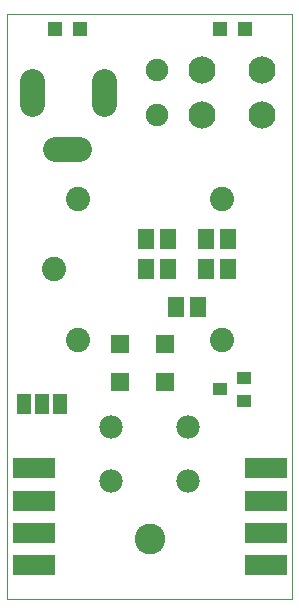
<source format=gbs>
G75*
G70*
%OFA0B0*%
%FSLAX24Y24*%
%IPPOS*%
%LPD*%
%AMOC8*
5,1,8,0,0,1.08239X$1,22.5*
%
%ADD10C,0.0000*%
%ADD11C,0.1024*%
%ADD12R,0.1418X0.0709*%
%ADD13C,0.0827*%
%ADD14C,0.0808*%
%ADD15C,0.0752*%
%ADD16C,0.0906*%
%ADD17R,0.0552X0.0670*%
%ADD18R,0.0591X0.0591*%
%ADD19R,0.0500X0.0670*%
%ADD20C,0.0780*%
%ADD21R,0.0490X0.0440*%
%ADD22R,0.0512X0.0512*%
D10*
X004680Y004050D02*
X014180Y004050D01*
X014180Y023550D01*
X004680Y023550D01*
X004680Y004050D01*
D11*
X009430Y006050D03*
D12*
X005560Y006260D03*
X005560Y005180D03*
X005560Y007340D03*
X005560Y008420D03*
X013300Y008420D03*
X013300Y007340D03*
X013300Y006260D03*
X013300Y005180D03*
D13*
X007074Y019060D02*
X006286Y019060D01*
X005499Y020556D02*
X005499Y021344D01*
X007900Y021344D02*
X007900Y020556D01*
D14*
X007042Y017412D03*
X006255Y015050D03*
X007042Y012688D03*
X011845Y012688D03*
X011845Y017412D03*
D15*
X009680Y020200D03*
X009680Y021700D03*
D16*
X011180Y021700D03*
X011180Y020200D03*
X013180Y020200D03*
X013180Y021700D03*
D17*
X012054Y016050D03*
X011306Y016050D03*
X011306Y015050D03*
X012054Y015050D03*
X011054Y013800D03*
X010306Y013800D03*
X010054Y015050D03*
X009306Y015050D03*
X009306Y016050D03*
X010054Y016050D03*
D18*
X009928Y012550D03*
X009928Y011300D03*
X008432Y011300D03*
X008432Y012550D03*
D19*
X006430Y010550D03*
X005830Y010550D03*
X005230Y010550D03*
D20*
X008150Y009790D03*
X008150Y008010D03*
X010710Y008010D03*
X010710Y009790D03*
D21*
X011780Y011050D03*
X012580Y010676D03*
X012580Y011424D03*
D22*
X012593Y023050D03*
X011767Y023050D03*
X007093Y023050D03*
X006267Y023050D03*
M02*

</source>
